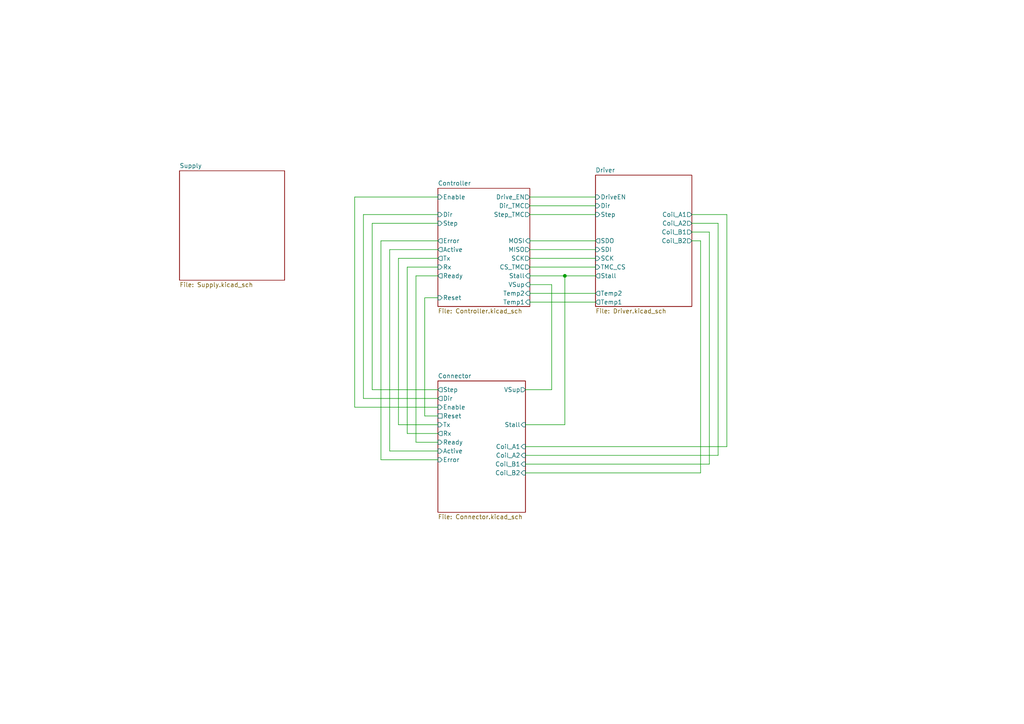
<source format=kicad_sch>
(kicad_sch (version 20211123) (generator eeschema)
  (paper "A4")
  (title_block (title "High Power Stepper Driver") (date "2019-12-19") (rev "1.0") (company "fordprfkt@googlemail.com") (comment 1 "Daniel Walter"))
  (lib_symbols)
  (junction (at 163.83 80.01))
  (wire (pts (xy 102.87 57.15) (xy 127 57.15)))
  (wire (pts (xy 115.57 123.19) (xy 115.57 74.93)))
  (wire (pts (xy 152.4 132.08) (xy 208.28 132.08)))
  (wire (pts (xy 160.02 82.55) (xy 160.02 113.03)))
  (wire (pts (xy 210.82 62.23) (xy 200.66 62.23)))
  (wire (pts (xy 163.83 80.01) (xy 153.67 80.01)))
  (wire (pts (xy 113.03 130.81) (xy 113.03 72.39)))
  (wire (pts (xy 127 113.03) (xy 107.95 113.03)))
  (wire (pts (xy 110.49 133.35) (xy 127 133.35)))
  (wire (pts (xy 203.2 69.85) (xy 200.66 69.85)))
  (wire (pts (xy 127 120.65) (xy 123.19 120.65)))
  (wire (pts (xy 153.67 57.15) (xy 172.72 57.15)))
  (wire (pts (xy 105.41 62.23) (xy 127 62.23)))
  (wire (pts (xy 153.67 87.63) (xy 172.72 87.63)))
  (wire (pts (xy 127 69.85) (xy 110.49 69.85)))
  (wire (pts (xy 110.49 69.85) (xy 110.49 133.35)))
  (wire (pts (xy 123.19 86.36) (xy 127 86.36)))
  (wire (pts (xy 172.72 85.09) (xy 153.67 85.09)))
  (wire (pts (xy 118.11 125.73) (xy 118.11 77.47)))
  (wire (pts (xy 153.67 82.55) (xy 160.02 82.55)))
  (wire (pts (xy 105.41 115.57) (xy 105.41 62.23)))
  (wire (pts (xy 153.67 72.39) (xy 172.72 72.39)))
  (wire (pts (xy 172.72 80.01) (xy 163.83 80.01)))
  (wire (pts (xy 152.4 137.16) (xy 203.2 137.16)))
  (wire (pts (xy 127 125.73) (xy 118.11 125.73)))
  (wire (pts (xy 113.03 72.39) (xy 127 72.39)))
  (wire (pts (xy 208.28 64.77) (xy 200.66 64.77)))
  (wire (pts (xy 102.87 57.15) (xy 102.87 118.11)))
  (wire (pts (xy 120.65 80.01) (xy 127 80.01)))
  (wire (pts (xy 163.83 123.19) (xy 163.83 80.01)))
  (wire (pts (xy 153.67 59.69) (xy 172.72 59.69)))
  (wire (pts (xy 205.74 134.62) (xy 205.74 67.31)))
  (wire (pts (xy 127 128.27) (xy 120.65 128.27)))
  (wire (pts (xy 208.28 132.08) (xy 208.28 64.77)))
  (wire (pts (xy 152.4 129.54) (xy 210.82 129.54)))
  (wire (pts (xy 203.2 137.16) (xy 203.2 69.85)))
  (wire (pts (xy 115.57 74.93) (xy 127 74.93)))
  (wire (pts (xy 172.72 77.47) (xy 153.67 77.47)))
  (wire (pts (xy 152.4 123.19) (xy 163.83 123.19)))
  (wire (pts (xy 153.67 74.93) (xy 172.72 74.93)))
  (wire (pts (xy 127 115.57) (xy 105.41 115.57)))
  (wire (pts (xy 127 130.81) (xy 113.03 130.81)))
  (wire (pts (xy 172.72 69.85) (xy 153.67 69.85)))
  (wire (pts (xy 205.74 67.31) (xy 200.66 67.31)))
  (wire (pts (xy 153.67 62.23) (xy 172.72 62.23)))
  (wire (pts (xy 123.19 120.65) (xy 123.19 86.36)))
  (wire (pts (xy 210.82 129.54) (xy 210.82 62.23)))
  (wire (pts (xy 120.65 128.27) (xy 120.65 80.01)))
  (wire (pts (xy 107.95 113.03) (xy 107.95 64.77)))
  (wire (pts (xy 160.02 113.03) (xy 152.4 113.03)))
  (wire (pts (xy 102.87 118.11) (xy 127 118.11)))
  (wire (pts (xy 152.4 134.62) (xy 205.74 134.62)))
  (wire (pts (xy 118.11 77.47) (xy 127 77.47)))
  (wire (pts (xy 127 123.19) (xy 115.57 123.19)))
  (wire (pts (xy 107.95 64.77) (xy 127 64.77)))
  (sheet (at 52.07 49.53) (size 30.48 31.75)
    (property "Sheet name" "Supply" (at 52.07 48.8184 0) (effects (justify left bottom)))
    (property "Sheet file" "Supply.kicad_sch" (at 52.07 81.8646 0) (effects (justify left top)))
  )
  (sheet (at 127 54.61) (size 26.67 34.29)
    (property "Sheet name" "Controller" (at 127 53.8984 0) (effects (justify left bottom)))
    (property "Sheet file" "Controller.kicad_sch" (at 127 89.4846 0) (effects (justify left top)))
    (pin "Tx" output (at 127 74.93 180))
    (pin "Rx" input (at 127 77.47 180))
    (pin "Stall" input (at 153.67 80.01 0))
    (pin "MISO" output (at 153.67 72.39 0))
    (pin "SCK" output (at 153.67 74.93 0))
    (pin "CS_TMC" output (at 153.67 77.47 0))
    (pin "MOSI" input (at 153.67 69.85 0))
    (pin "Enable" input (at 127 57.15 180))
    (pin "Step" input (at 127 64.77 180))
    (pin "Dir" input (at 127 62.23 180))
    (pin "Ready" output (at 127 80.01 180))
    (pin "Reset" input (at 127 86.36 180))
    (pin "Active" output (at 127 72.39 180))
    (pin "Error" output (at 127 69.85 180))
    (pin "Temp1" input (at 153.67 87.63 0))
    (pin "Temp2" input (at 153.67 85.09 0))
    (pin "Drive_EN" output (at 153.67 57.15 0))
    (pin "Dir_TMC" output (at 153.67 59.69 0))
    (pin "Step_TMC" output (at 153.67 62.23 0))
    (pin "VSup" input (at 153.67 82.55 0))
  )
  (sheet (at 172.72 50.8) (size 27.94 38.1)
    (property "Sheet name" "Driver" (at 172.72 50.0884 0) (effects (justify left bottom)))
    (property "Sheet file" "Driver.kicad_sch" (at 172.72 89.4846 0) (effects (justify left top)))
    (pin "Dir" input (at 172.72 59.69 180))
    (pin "Step" input (at 172.72 62.23 180))
    (pin "DriveEN" input (at 172.72 57.15 180))
    (pin "SDI" input (at 172.72 72.39 180))
    (pin "SCK" input (at 172.72 74.93 180))
    (pin "TMC_CS" input (at 172.72 77.47 180))
    (pin "SDO" output (at 172.72 69.85 180))
    (pin "Stall" output (at 172.72 80.01 180))
    (pin "Coil_A1" output (at 200.66 62.23 0))
    (pin "Coil_A2" output (at 200.66 64.77 0))
    (pin "Coil_B1" output (at 200.66 67.31 0))
    (pin "Coil_B2" output (at 200.66 69.85 0))
    (pin "Temp2" output (at 172.72 85.09 180))
    (pin "Temp1" output (at 172.72 87.63 180))
  )
  (sheet (at 127 110.49) (size 25.4 38.1)
    (property "Sheet name" "Connector" (at 127 109.7784 0) (effects (justify left bottom)))
    (property "Sheet file" "Connector.kicad_sch" (at 127 149.1746 0) (effects (justify left top)))
    (pin "Stall" input (at 152.4 123.19 0))
    (pin "Step" output (at 127 113.03 180))
    (pin "Dir" output (at 127 115.57 180))
    (pin "Ready" input (at 127 128.27 180))
    (pin "Rx" output (at 127 125.73 180))
    (pin "Tx" input (at 127 123.19 180))
    (pin "Coil_A1" input (at 152.4 129.54 0))
    (pin "Coil_A2" input (at 152.4 132.08 0))
    (pin "Coil_B1" input (at 152.4 134.62 0))
    (pin "Coil_B2" input (at 152.4 137.16 0))
    (pin "Reset" passive (at 127 120.65 180))
    (pin "Enable" input (at 127 118.11 180))
    (pin "Error" input (at 127 133.35 180))
    (pin "Active" input (at 127 130.81 180))
    (pin "VSup" output (at 152.4 113.03 0))
  )
)
</source>
